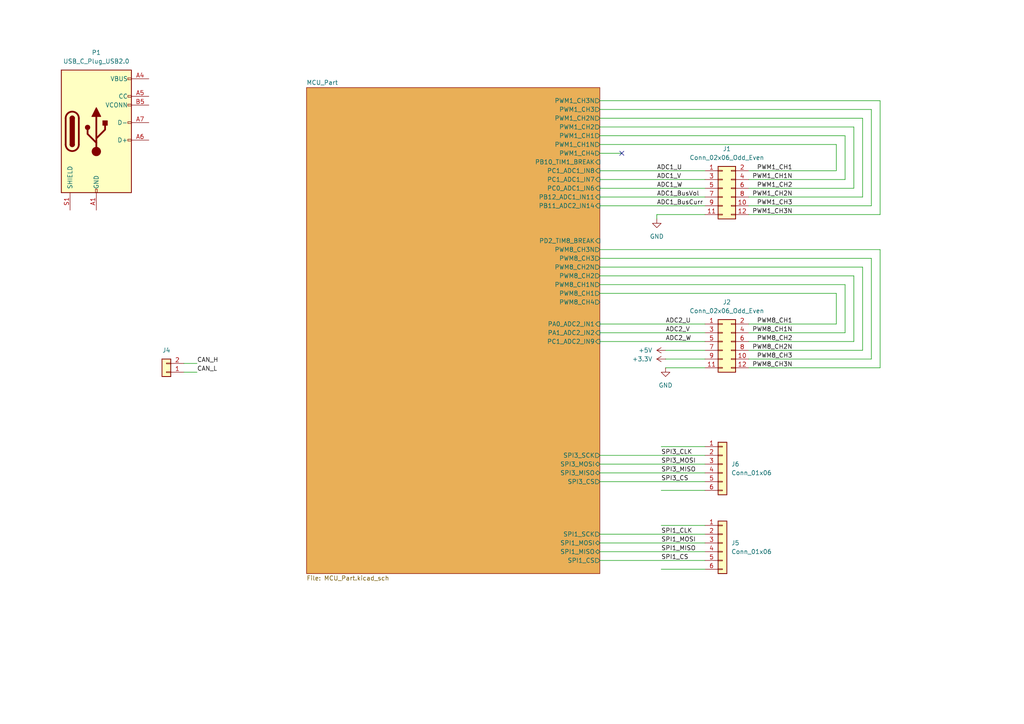
<source format=kicad_sch>
(kicad_sch (version 20250114) (generator "eeschema") (generator_version "9.0")
  (paper "A4")
  (lib_symbols
    (symbol "Connector:USB_C_Plug_USB2.0" (pin_names (offset 1.016))
      (property "Reference" "P" (at -10.16 19.05 0))
      (property "Value" "USB_C_Plug_USB2.0" (at 12.7 19.05 0))
      (symbol "USB_C_Plug_USB2.0_0_0"
        (rectangle (start -0.254 -17.78) (end 0.254 -16.764))
        (rectangle (start 10.16 15.494) (end 9.144 14.986))
        (rectangle (start 10.16 10.414) (end 9.144 9.906))
        (rectangle (start 10.16 7.874) (end 9.144 7.366))
        (rectangle (start 10.16 2.794) (end 9.144 2.286))
        (rectangle (start 10.16 -2.286) (end 9.144 -2.794))
      )
      (symbol "USB_C_Plug_USB2.0_0_1"
        (rectangle (start -10.16 17.78) (end 10.16 -17.78) (stroke (width 0.254)) (fill (type background)))
        (polyline (pts (xy -8.89 -3.81) (xy -8.89 3.81)) (stroke (width 0.508)))
        (rectangle (start -7.62 -3.81) (end -6.35 3.81) (stroke (width 0.254)) (fill (type outline)))
        (arc (start -7.62 3.81) (mid -6.985 4.4423) (end -6.35 3.81) (stroke (width 0.254)))
        (arc (start -7.62 3.81) (mid -6.985 4.4423) (end -6.35 3.81) (stroke (width 0.254)) (fill (type outline)))
        (arc (start -8.89 3.81) (mid -6.985 5.7067) (end -5.08 3.81) (stroke (width 0.508)))
        (arc (start -5.08 -3.81) (mid -6.985 -5.7067) (end -8.89 -3.81) (stroke (width 0.508)))
        (arc (start -6.35 -3.81) (mid -6.985 -4.4423) (end -7.62 -3.81) (stroke (width 0.254)))
        (arc (start -6.35 -3.81) (mid -6.985 -4.4423) (end -7.62 -3.81) (stroke (width 0.254)) (fill (type outline)))
        (polyline (pts (xy -5.08 3.81) (xy -5.08 -3.81)) (stroke (width 0.508)))
        (circle (center -2.54 1.143) (radius 0.635) (stroke (width 0.254)) (fill (type outline)))
        (polyline (pts (xy -1.27 4.318) (xy 0 6.858) (xy 1.27 4.318) (xy -1.27 4.318)) (stroke (width 0.254)) (fill (type outline)))
        (polyline (pts (xy 0 -2.032) (xy 2.54 0.508) (xy 2.54 1.778)) (stroke (width 0.508)))
        (polyline (pts (xy 0 -3.302) (xy -2.54 -0.762) (xy -2.54 0.508)) (stroke (width 0.508)))
        (polyline (pts (xy 0 -5.842) (xy 0 4.318)) (stroke (width 0.508)))
        (circle (center 0 -5.842) (radius 1.27) (fill (type outline)))
        (rectangle (start 1.905 1.778) (end 3.175 3.048) (stroke (width 0.254)) (fill (type outline)))
      )
      (symbol "USB_C_Plug_USB2.0_1_1"
        (pin passive line (at -7.62 -22.86 90) (length 5.08) (name "SHIELD") (number "S1"))
        (pin passive line (at 0 -22.86 90) (length 5.08) (name "GND") (number "A1"))
        (pin passive line (at 0 -22.86 90) (length 5.08) (hide yes) (name "GND") (number "A12"))
        (pin passive line (at 0 -22.86 90) (length 5.08) (hide yes) (name "GND") (number "B1"))
        (pin passive line (at 0 -22.86 90) (length 5.08) (hide yes) (name "GND") (number "B12"))
        (pin passive line (at 15.24 15.24 180) (length 5.08) (name "VBUS") (number "A4"))
        (pin passive line (at 15.24 15.24 180) (length 5.08) (hide yes) (name "VBUS") (number "A9"))
        (pin passive line (at 15.24 15.24 180) (length 5.08) (hide yes) (name "VBUS") (number "B4"))
        (pin passive line (at 15.24 15.24 180) (length 5.08) (hide yes) (name "VBUS") (number "B9"))
        (pin bidirectional line (at 15.24 10.16 180) (length 5.08) (name "CC") (number "A5"))
        (pin bidirectional line (at 15.24 7.62 180) (length 5.08) (name "VCONN") (number "B5"))
        (pin bidirectional line (at 15.24 2.54 180) (length 5.08) (name "D-") (number "A7"))
        (pin bidirectional line (at 15.24 -2.54 180) (length 5.08) (name "D+") (number "A6"))
      )
    )
    (symbol "Connector_Generic:Conn_01x02" (pin_names (offset 1.016) (hide yes))
      (property "Reference" "J" (at 0 2.54 0))
      (property "Value" "Conn_01x02" (at 0 -5.08 0))
      (symbol "Conn_01x02_1_1"
        (rectangle (start -1.27 1.27) (end 1.27 -3.81) (stroke (width 0.254)) (fill (type background)))
        (rectangle (start -1.27 0.127) (end 0 -0.127) (stroke (width 0.1524)))
        (rectangle (start -1.27 -2.413) (end 0 -2.667) (stroke (width 0.1524)))
        (pin passive line (at -5.08 0 0) (length 3.81) (name "Pin_1") (number "1"))
        (pin passive line (at -5.08 -2.54 0) (length 3.81) (name "Pin_2") (number "2"))
      )
    )
    (symbol "Connector_Generic:Conn_01x06" (pin_names (offset 1.016) (hide yes))
      (property "Reference" "J" (at 0 7.62 0))
      (property "Value" "Conn_01x06" (at 0 -10.16 0))
      (symbol "Conn_01x06_1_1"
        (rectangle (start -1.27 6.35) (end 1.27 -8.89) (stroke (width 0.254)) (fill (type background)))
        (rectangle (start -1.27 5.207) (end 0 4.953) (stroke (width 0.1524)))
        (rectangle (start -1.27 2.667) (end 0 2.413) (stroke (width 0.1524)))
        (rectangle (start -1.27 0.127) (end 0 -0.127) (stroke (width 0.1524)))
        (rectangle (start -1.27 -2.413) (end 0 -2.667) (stroke (width 0.1524)))
        (rectangle (start -1.27 -4.953) (end 0 -5.207) (stroke (width 0.1524)))
        (rectangle (start -1.27 -7.493) (end 0 -7.747) (stroke (width 0.1524)))
        (pin passive line (at -5.08 5.08 0) (length 3.81) (name "Pin_1") (number "1"))
        (pin passive line (at -5.08 2.54 0) (length 3.81) (name "Pin_2") (number "2"))
        (pin passive line (at -5.08 0 0) (length 3.81) (name "Pin_3") (number "3"))
        (pin passive line (at -5.08 -2.54 0) (length 3.81) (name "Pin_4") (number "4"))
        (pin passive line (at -5.08 -5.08 0) (length 3.81) (name "Pin_5") (number "5"))
        (pin passive line (at -5.08 -7.62 0) (length 3.81) (name "Pin_6") (number "6"))
      )
    )
    (symbol "Connector_Generic:Conn_02x06_Odd_Even" (pin_names (offset 1.016) (hide yes))
      (property "Reference" "J" (at 1.27 7.62 0))
      (property "Value" "Conn_02x06_Odd_Even" (at 1.27 -10.16 0))
      (symbol "Conn_02x06_Odd_Even_1_1"
        (rectangle (start -1.27 6.35) (end 3.81 -8.89) (stroke (width 0.254)) (fill (type background)))
        (rectangle (start -1.27 5.207) (end 0 4.953) (stroke (width 0.1524)))
        (rectangle (start -1.27 2.667) (end 0 2.413) (stroke (width 0.1524)))
        (rectangle (start -1.27 0.127) (end 0 -0.127) (stroke (width 0.1524)))
        (rectangle (start -1.27 -2.413) (end 0 -2.667) (stroke (width 0.1524)))
        (rectangle (start -1.27 -4.953) (end 0 -5.207) (stroke (width 0.1524)))
        (rectangle (start -1.27 -7.493) (end 0 -7.747) (stroke (width 0.1524)))
        (rectangle (start 3.81 5.207) (end 2.54 4.953) (stroke (width 0.1524)))
        (rectangle (start 3.81 2.667) (end 2.54 2.413) (stroke (width 0.1524)))
        (rectangle (start 3.81 0.127) (end 2.54 -0.127) (stroke (width 0.1524)))
        (rectangle (start 3.81 -2.413) (end 2.54 -2.667) (stroke (width 0.1524)))
        (rectangle (start 3.81 -4.953) (end 2.54 -5.207) (stroke (width 0.1524)))
        (rectangle (start 3.81 -7.493) (end 2.54 -7.747) (stroke (width 0.1524)))
        (pin passive line (at -5.08 5.08 0) (length 3.81) (name "Pin_1") (number "1"))
        (pin passive line (at -5.08 2.54 0) (length 3.81) (name "Pin_3") (number "3"))
        (pin passive line (at -5.08 0 0) (length 3.81) (name "Pin_5") (number "5"))
        (pin passive line (at -5.08 -2.54 0) (length 3.81) (name "Pin_7") (number "7"))
        (pin passive line (at -5.08 -5.08 0) (length 3.81) (name "Pin_9") (number "9"))
        (pin passive line (at -5.08 -7.62 0) (length 3.81) (name "Pin_11") (number "11"))
        (pin passive line (at 7.62 5.08 180) (length 3.81) (name "Pin_2") (number "2"))
        (pin passive line (at 7.62 2.54 180) (length 3.81) (name "Pin_4") (number "4"))
        (pin passive line (at 7.62 0 180) (length 3.81) (name "Pin_6") (number "6"))
        (pin passive line (at 7.62 -2.54 180) (length 3.81) (name "Pin_8") (number "8"))
        (pin passive line (at 7.62 -5.08 180) (length 3.81) (name "Pin_10") (number "10"))
        (pin passive line (at 7.62 -7.62 180) (length 3.81) (name "Pin_12") (number "12"))
      )
    )
    (symbol "power:+3.3V" (power) (pin_numbers (hide yes)) (pin_names (offset 0) (hide yes))
      (property "Value" "+3.3V" (at 0 3.556 0))
      (symbol "+3.3V_0_1"
        (polyline (pts (xy -0.762 1.27) (xy 0 2.54)))
        (polyline (pts (xy 0 2.54) (xy 0.762 1.27)))
        (polyline (pts (xy 0 0) (xy 0 2.54)))
      )
      (symbol "+3.3V_1_1"
        (pin power_in line (at 0 0 90) (length 0) (name "~") (number "1"))
      )
    )
    (symbol "power:+5V" (power) (pin_numbers (hide yes)) (pin_names (offset 0) (hide yes))
      (property "Value" "+5V" (at 0 3.556 0))
      (symbol "+5V_0_1"
        (polyline (pts (xy -0.762 1.27) (xy 0 2.54)))
        (polyline (pts (xy 0 2.54) (xy 0.762 1.27)))
        (polyline (pts (xy 0 0) (xy 0 2.54)))
      )
      (symbol "+5V_1_1"
        (pin power_in line (at 0 0 90) (length 0) (name "~") (number "1"))
      )
    )
    (symbol "power:GND" (power) (pin_numbers (hide yes)) (pin_names (offset 0) (hide yes))
      (property "Value" "GND" (at 0 -3.81 0))
      (symbol "GND_0_1"
        (polyline (pts (xy 0 0) (xy 0 -1.27) (xy 1.27 -1.27) (xy 0 -2.54) (xy -1.27 -1.27) (xy 0 -1.27)))
      )
      (symbol "GND_1_1"
        (pin power_in line (at 0 0 270) (length 0) (name "~") (number "1"))
      )
    )
  )
  (no_connect (at 180.34 44.45))
  (wire (pts (xy 217.17 99.06) (xy 247.65 99.06)))
  (wire (pts (xy 193.04 101.6) (xy 204.47 101.6)))
  (wire (pts (xy 242.57 41.91) (xy 242.57 49.53)))
  (wire (pts (xy 217.17 106.68) (xy 255.27 106.68)))
  (wire (pts (xy 173.99 52.07) (xy 204.47 52.07)))
  (wire (pts (xy 173.99 54.61) (xy 204.47 54.61)))
  (wire (pts (xy 252.73 74.93) (xy 252.73 104.14)))
  (wire (pts (xy 191.77 142.24) (xy 204.47 142.24)))
  (wire (pts (xy 217.17 104.14) (xy 252.73 104.14)))
  (wire (pts (xy 242.57 85.09) (xy 242.57 93.98)))
  (wire (pts (xy 173.99 139.7) (xy 204.47 139.7)))
  (wire (pts (xy 173.99 80.01) (xy 247.65 80.01)))
  (wire (pts (xy 190.5 62.23) (xy 204.47 62.23)))
  (wire (pts (xy 173.99 29.21) (xy 255.27 29.21)))
  (wire (pts (xy 173.99 85.09) (xy 242.57 85.09)))
  (wire (pts (xy 173.99 34.29) (xy 250.19 34.29)))
  (wire (pts (xy 173.99 99.06) (xy 204.47 99.06)))
  (wire (pts (xy 193.04 104.14) (xy 204.47 104.14)))
  (wire (pts (xy 255.27 29.21) (xy 255.27 62.23)))
  (wire (pts (xy 53.34 107.95) (xy 57.15 107.95)))
  (wire (pts (xy 173.99 36.83) (xy 247.65 36.83)))
  (wire (pts (xy 245.11 39.37) (xy 245.11 52.07)))
  (wire (pts (xy 247.65 80.01) (xy 247.65 99.06)))
  (wire (pts (xy 173.99 93.98) (xy 204.47 93.98)))
  (wire (pts (xy 173.99 49.53) (xy 204.47 49.53)))
  (wire (pts (xy 217.17 62.23) (xy 255.27 62.23)))
  (wire (pts (xy 173.99 57.15) (xy 204.47 57.15)))
  (wire (pts (xy 217.17 59.69) (xy 252.73 59.69)))
  (wire (pts (xy 250.19 34.29) (xy 250.19 57.15)))
  (wire (pts (xy 173.99 44.45) (xy 180.34 44.45)))
  (wire (pts (xy 255.27 72.39) (xy 255.27 106.68)))
  (wire (pts (xy 173.99 72.39) (xy 255.27 72.39)))
  (wire (pts (xy 53.34 105.41) (xy 57.15 105.41)))
  (wire (pts (xy 173.99 59.69) (xy 204.47 59.69)))
  (wire (pts (xy 173.99 74.93) (xy 252.73 74.93)))
  (wire (pts (xy 217.17 57.15) (xy 250.19 57.15)))
  (wire (pts (xy 191.77 165.1) (xy 204.47 165.1)))
  (wire (pts (xy 193.04 106.68) (xy 204.47 106.68)))
  (wire (pts (xy 173.99 160.02) (xy 204.47 160.02)))
  (wire (pts (xy 191.77 152.4) (xy 204.47 152.4)))
  (wire (pts (xy 173.99 31.75) (xy 252.73 31.75)))
  (wire (pts (xy 173.99 132.08) (xy 204.47 132.08)))
  (wire (pts (xy 173.99 41.91) (xy 242.57 41.91)))
  (wire (pts (xy 173.99 162.56) (xy 204.47 162.56)))
  (wire (pts (xy 217.17 54.61) (xy 247.65 54.61)))
  (wire (pts (xy 173.99 157.48) (xy 204.47 157.48)))
  (wire (pts (xy 173.99 154.94) (xy 204.47 154.94)))
  (wire (pts (xy 217.17 49.53) (xy 242.57 49.53)))
  (wire (pts (xy 191.77 129.54) (xy 204.47 129.54)))
  (wire (pts (xy 247.65 36.83) (xy 247.65 54.61)))
  (wire (pts (xy 190.5 62.23) (xy 190.5 63.5)))
  (wire (pts (xy 250.19 77.47) (xy 250.19 101.6)))
  (wire (pts (xy 173.99 96.52) (xy 204.47 96.52)))
  (wire (pts (xy 217.17 93.98) (xy 242.57 93.98)))
  (wire (pts (xy 173.99 137.16) (xy 204.47 137.16)))
  (wire (pts (xy 217.17 52.07) (xy 245.11 52.07)))
  (wire (pts (xy 217.17 101.6) (xy 250.19 101.6)))
  (wire (pts (xy 173.99 134.62) (xy 204.47 134.62)))
  (wire (pts (xy 217.17 96.52) (xy 245.11 96.52)))
  (wire (pts (xy 173.99 82.55) (xy 245.11 82.55)))
  (wire (pts (xy 173.99 39.37) (xy 245.11 39.37)))
  (wire (pts (xy 173.99 77.47) (xy 250.19 77.47)))
  (wire (pts (xy 252.73 31.75) (xy 252.73 59.69)))
  (wire (pts (xy 245.11 82.55) (xy 245.11 96.52)))
  (label "ADC1_BusVol" (at 190.5 57.15 0))
  (label "ADC2_V" (at 193.04 96.52 0))
  (label "SPI1_CS" (at 191.77 162.56 0))
  (label "PWM1_CH2N" (at 229.87 57.15 180))
  (label "CAN_L" (at 57.15 107.95 0))
  (label "CAN_H" (at 57.15 105.41 0))
  (label "ADC2_U" (at 193.04 93.98 0))
  (label "SPI1_MOSI" (at 191.77 157.48 0))
  (label "PWM1_CH1" (at 229.87 49.53 180))
  (label "PWM8_CH2N" (at 229.87 101.6 180))
  (label "PWM1_CH3N" (at 229.87 62.23 180))
  (label "SPI1_MISO" (at 191.77 160.02 0))
  (label "ADC1_W" (at 190.5 54.61 0))
  (label "PWM1_CH2" (at 229.87 54.61 180))
  (label "ADC2_W" (at 193.04 99.06 0))
  (label "ADC1_V" (at 190.5 52.07 0))
  (label "SPI3_CS" (at 191.77 139.7 0))
  (label "PWM8_CH1N" (at 229.87 96.52 180))
  (label "ADC1_U" (at 190.5 49.53 0))
  (label "PWM1_CH1N" (at 229.87 52.07 180))
  (label "SPI3_MISO" (at 191.77 137.16 0))
  (label "SPI3_CLK" (at 191.77 132.08 0))
  (label "SPI1_CLK" (at 191.77 154.94 0))
  (label "PWM8_CH1" (at 229.87 93.98 180))
  (label "PWM8_CH3" (at 229.87 104.14 180))
  (label "PWM8_CH3N" (at 229.87 106.68 180))
  (label "PWM8_CH2" (at 229.87 99.06 180))
  (label "ADC1_BusCurr" (at 190.5 59.69 0))
  (label "SPI3_MOSI" (at 191.77 134.62 0))
  (label "PWM1_CH3" (at 229.87 59.69 180))
  (symbol (lib_id "Connector_Generic:Conn_01x06") (at 209.55 134.62 0) (unit 1)
    (property "Reference" "J6" (at 212.09 134.6199 0) (effects (justify left)))
    (property "Value" "Conn_01x06" (at 212.09 137.1599 0) (effects (justify left)))
    (property "Description" "Generic connector, single row, 01x06, script generated (kicad-library-utils/schlib/autogen/connector/)" (effects (hide yes)))
  )
  (symbol (lib_id "Connector_Generic:Conn_02x06_Odd_Even") (at 209.55 99.06 0) (unit 1)
    (property "Reference" "J2" (at 210.82 87.63 0))
    (property "Value" "Conn_02x06_Odd_Even" (at 210.82 90.17 0))
    (property "Description" "Generic connector, double row, 02x06, odd/even pin numbering scheme (row 1 odd numbers, row 2 even numbers), script generated (kicad-library-utils/schlib/autogen/connector/)" (effects (hide yes)))
  )
  (symbol (lib_id "Connector_Generic:Conn_02x06_Odd_Even") (at 209.55 54.61 0) (unit 1)
    (property "Reference" "J1" (at 210.82 43.18 0))
    (property "Value" "Conn_02x06_Odd_Even" (at 210.82 45.72 0))
    (property "Description" "Generic connector, double row, 02x06, odd/even pin numbering scheme (row 1 odd numbers, row 2 even numbers), script generated (kicad-library-utils/schlib/autogen/connector/)" (effects (hide yes)))
  )
  (symbol (lib_id "Connector_Generic:Conn_01x06") (at 209.55 157.48 0) (unit 1)
    (property "Reference" "J5" (at 212.09 157.4799 0) (effects (justify left)))
    (property "Value" "Conn_01x06" (at 212.09 160.0199 0) (effects (justify left)))
    (property "Description" "Generic connector, single row, 01x06, script generated (kicad-library-utils/schlib/autogen/connector/)" (effects (hide yes)))
  )
  (symbol (lib_id "power:+5V") (at 193.04 101.6 90) (unit 1)
    (property "Reference" "#PWR03" (effects (hide yes)))
    (property "Value" "+5V" (at 189.23 101.5999 90) (effects (justify left)))
    (property "Description" "Power symbol creates a global label with name \"+5V\"" (effects (hide yes)))
  )
  (symbol (lib_id "power:GND") (at 190.5 63.5 0) (unit 1)
    (property "Reference" "#PWR06" (effects (hide yes)))
    (property "Value" "GND" (at 190.5 68.58 0))
    (property "Description" "Power symbol creates a global label with name \"GND\" , ground" (effects (hide yes)))
  )
  (symbol (lib_id "power:GND") (at 193.04 106.68 0) (unit 1)
    (property "Reference" "#PWR05" (effects (hide yes)))
    (property "Value" "GND" (at 193.04 111.76 0))
    (property "Description" "Power symbol creates a global label with name \"GND\" , ground" (effects (hide yes)))
  )
  (symbol (lib_id "Connector_Generic:Conn_01x02") (at 48.26 107.95 180) (unit 1)
    (property "Reference" "J4" (at 48.26 101.6 0))
    (property "Value" "Conn_01x02" (effects (hide yes)))
    (property "Description" "Generic connector, single row, 01x02, script generated (kicad-library-utils/schlib/autogen/connector/)" (effects (hide yes)))
  )
  (symbol (lib_id "power:+3.3V") (at 193.04 104.14 90) (unit 1)
    (property "Reference" "#PWR04" (effects (hide yes)))
    (property "Value" "+3.3V" (at 189.23 104.1399 90) (effects (justify left)))
    (property "Description" "Power symbol creates a global label with name \"+3.3V\"" (effects (hide yes)))
  )
  (symbol (lib_id "Connector:USB_C_Plug_USB2.0") (at 27.94 38.1 0) (unit 1)
    (property "Reference" "P1" (at 27.94 15.24 0))
    (property "Value" "USB_C_Plug_USB2.0" (at 27.94 17.78 0))
    (property "Datasheet" "https://www.usb.org/sites/default/files/documents/usb_type-c.zip" (effects (hide yes)))
    (property "Description" "USB 2.0-only Type-C Plug connector" (effects (hide yes)))
  )
  (sheet (at 88.9 25.4) (size 85.09 140.97) (stroke (width 0.1524)) (fill (color 221 133 0 0.6600))
    (property "Sheetname" "MCU_Part" (at 88.9 24.6884 0) (effects (justify left bottom)))
    (property "Sheetfile" "MCU_Part.kicad_sch" (at 88.9 166.9546 0) (effects (justify left top)))
    (pin "SPI1_CS" output (at 173.99 162.56 0))
    (pin "SPI3_MISO" bidirectional (at 173.99 137.16 0))
    (pin "SPI3_MOSI" bidirectional (at 173.99 134.62 0))
    (pin "SPI1_MISO" bidirectional (at 173.99 160.02 0))
    (pin "SPI3_SCK" output (at 173.99 132.08 0))
    (pin "SPI1_MOSI" bidirectional (at 173.99 157.48 0))
    (pin "SPI3_CS" output (at 173.99 139.7 0))
    (pin "SPI1_SCK" output (at 173.99 154.94 0))
    (pin "PWM8_CH1" output (at 173.99 85.09 0))
    (pin "PWM1_CH1" output (at 173.99 39.37 0))
    (pin "PWM8_CH2" output (at 173.99 80.01 0))
    (pin "PWM8_CH2N" output (at 173.99 77.47 0))
    (pin "PWM1_CH2N" output (at 173.99 34.29 0))
    (pin "PWM1_CH2" output (at 173.99 36.83 0))
    (pin "PWM8_CH3" output (at 173.99 74.93 0))
    (pin "PWM8_CH4" output (at 173.99 87.63 0))
    (pin "PWM1_CH3N" output (at 173.99 29.21 0))
    (pin "PWM8_CH1N" output (at 173.99 82.55 0))
    (pin "PWM8_CH3N" output (at 173.99 72.39 0))
    (pin "PWM1_CH4" output (at 173.99 44.45 0))
    (pin "PWM1_CH1N" output (at 173.99 41.91 0))
    (pin "PWM1_CH3" output (at 173.99 31.75 0))
    (pin "PA0_ADC2_IN1" input (at 173.99 93.98 0))
    (pin "PB12_ADC1_IN11" input (at 173.99 57.15 0))
    (pin "PA1_ADC2_IN2" input (at 173.99 96.52 0))
    (pin "PC1_ADC1_IN8" input (at 173.99 49.53 0))
    (pin "PB11_ADC2_IN14" input (at 173.99 59.69 0))
    (pin "PC1_ADC2_IN9" input (at 173.99 99.06 0))
    (pin "PC0_ADC1_IN6" input (at 173.99 54.61 0))
    (pin "PC1_ADC1_IN7" input (at 173.99 52.07 0))
    (pin "PD2_TIM8_BREAK" input (at 173.99 69.85 0))
    (pin "PB10_TIM1_BREAK" input (at 173.99 46.99 0))
  )
)
</source>
